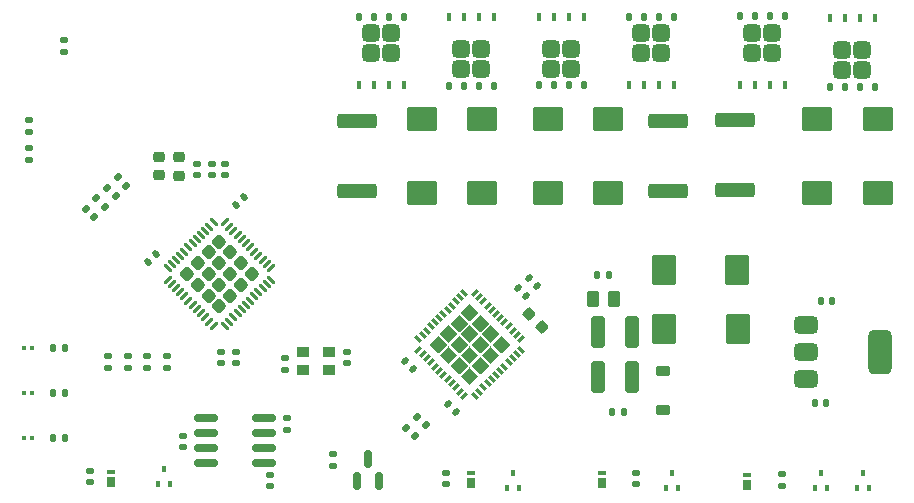
<source format=gbr>
%TF.GenerationSoftware,KiCad,Pcbnew,9.0.2*%
%TF.CreationDate,2025-08-28T15:12:57+09:00*%
%TF.ProjectId,BLDC_Contr,424c4443-5f43-46f6-9e74-722e6b696361,rev?*%
%TF.SameCoordinates,Original*%
%TF.FileFunction,Paste,Top*%
%TF.FilePolarity,Positive*%
%FSLAX46Y46*%
G04 Gerber Fmt 4.6, Leading zero omitted, Abs format (unit mm)*
G04 Created by KiCad (PCBNEW 9.0.2) date 2025-08-28 15:12:57*
%MOMM*%
%LPD*%
G01*
G04 APERTURE LIST*
G04 Aperture macros list*
%AMRoundRect*
0 Rectangle with rounded corners*
0 $1 Rounding radius*
0 $2 $3 $4 $5 $6 $7 $8 $9 X,Y pos of 4 corners*
0 Add a 4 corners polygon primitive as box body*
4,1,4,$2,$3,$4,$5,$6,$7,$8,$9,$2,$3,0*
0 Add four circle primitives for the rounded corners*
1,1,$1+$1,$2,$3*
1,1,$1+$1,$4,$5*
1,1,$1+$1,$6,$7*
1,1,$1+$1,$8,$9*
0 Add four rect primitives between the rounded corners*
20,1,$1+$1,$2,$3,$4,$5,0*
20,1,$1+$1,$4,$5,$6,$7,0*
20,1,$1+$1,$6,$7,$8,$9,0*
20,1,$1+$1,$8,$9,$2,$3,0*%
%AMRotRect*
0 Rectangle, with rotation*
0 The origin of the aperture is its center*
0 $1 length*
0 $2 width*
0 $3 Rotation angle, in degrees counterclockwise*
0 Add horizontal line*
21,1,$1,$2,0,0,$3*%
G04 Aperture macros list end*
%ADD10C,0.000000*%
%ADD11RoundRect,0.140000X0.170000X-0.140000X0.170000X0.140000X-0.170000X0.140000X-0.170000X-0.140000X0*%
%ADD12RoundRect,0.135000X-0.135000X-0.185000X0.135000X-0.185000X0.135000X0.185000X-0.135000X0.185000X0*%
%ADD13RoundRect,0.140000X-0.170000X0.140000X-0.170000X-0.140000X0.170000X-0.140000X0.170000X0.140000X0*%
%ADD14RoundRect,0.135000X0.226274X0.035355X0.035355X0.226274X-0.226274X-0.035355X-0.035355X-0.226274X0*%
%ADD15R,1.000000X0.900000*%
%ADD16RoundRect,0.135000X-0.226274X-0.035355X-0.035355X-0.226274X0.226274X0.035355X0.035355X0.226274X0*%
%ADD17RoundRect,0.135000X-0.185000X0.135000X-0.185000X-0.135000X0.185000X-0.135000X0.185000X0.135000X0*%
%ADD18RotRect,0.249999X0.599999X315.000000*%
%ADD19RotRect,0.249999X0.599999X225.000000*%
%ADD20RoundRect,0.375000X0.375000X-0.375000X0.375000X0.375000X-0.375000X0.375000X-0.375000X-0.375000X0*%
%ADD21RoundRect,0.125000X0.125000X-0.250000X0.125000X0.250000X-0.125000X0.250000X-0.125000X-0.250000X0*%
%ADD22RoundRect,0.100000X0.100000X-0.275000X0.100000X0.275000X-0.100000X0.275000X-0.100000X-0.275000X0*%
%ADD23RoundRect,0.100000X-0.100000X0.155000X-0.100000X-0.155000X0.100000X-0.155000X0.100000X0.155000X0*%
%ADD24RoundRect,0.250000X-0.262500X-0.450000X0.262500X-0.450000X0.262500X0.450000X-0.262500X0.450000X0*%
%ADD25RoundRect,0.140000X-0.140000X-0.170000X0.140000X-0.170000X0.140000X0.170000X-0.140000X0.170000X0*%
%ADD26RoundRect,0.140000X0.140000X0.170000X-0.140000X0.170000X-0.140000X-0.170000X0.140000X-0.170000X0*%
%ADD27RoundRect,0.140000X0.219203X0.021213X0.021213X0.219203X-0.219203X-0.021213X-0.021213X-0.219203X0*%
%ADD28RoundRect,0.225000X0.250000X-0.225000X0.250000X0.225000X-0.250000X0.225000X-0.250000X-0.225000X0*%
%ADD29RoundRect,0.250000X-1.425000X0.362500X-1.425000X-0.362500X1.425000X-0.362500X1.425000X0.362500X0*%
%ADD30RoundRect,0.075000X0.275000X-0.390000X0.275000X0.390000X-0.275000X0.390000X-0.275000X-0.390000X0*%
%ADD31RoundRect,0.075000X0.275000X-0.075000X0.275000X0.075000X-0.275000X0.075000X-0.275000X-0.075000X0*%
%ADD32RoundRect,0.250000X-1.045000X0.785000X-1.045000X-0.785000X1.045000X-0.785000X1.045000X0.785000X0*%
%ADD33RoundRect,0.250000X0.785000X1.045000X-0.785000X1.045000X-0.785000X-1.045000X0.785000X-1.045000X0*%
%ADD34RoundRect,0.375000X-0.375000X0.375000X-0.375000X-0.375000X0.375000X-0.375000X0.375000X0.375000X0*%
%ADD35RoundRect,0.125000X-0.125000X0.250000X-0.125000X-0.250000X0.125000X-0.250000X0.125000X0.250000X0*%
%ADD36RoundRect,0.100000X-0.100000X0.275000X-0.100000X-0.275000X0.100000X-0.275000X0.100000X0.275000X0*%
%ADD37RoundRect,0.225000X-0.335876X-0.017678X-0.017678X-0.335876X0.335876X0.017678X0.017678X0.335876X0*%
%ADD38RoundRect,0.140000X0.021213X-0.219203X0.219203X-0.021213X-0.021213X0.219203X-0.219203X0.021213X0*%
%ADD39RoundRect,0.079500X0.079500X0.100500X-0.079500X0.100500X-0.079500X-0.100500X0.079500X-0.100500X0*%
%ADD40RoundRect,0.140000X-0.021213X0.219203X-0.219203X0.021213X0.021213X-0.219203X0.219203X-0.021213X0*%
%ADD41RoundRect,0.250000X-0.325000X-1.100000X0.325000X-1.100000X0.325000X1.100000X-0.325000X1.100000X0*%
%ADD42RoundRect,0.375000X-0.625000X-0.375000X0.625000X-0.375000X0.625000X0.375000X-0.625000X0.375000X0*%
%ADD43RoundRect,0.500000X-0.500000X-1.400000X0.500000X-1.400000X0.500000X1.400000X-0.500000X1.400000X0*%
%ADD44RoundRect,0.225000X0.375000X-0.225000X0.375000X0.225000X-0.375000X0.225000X-0.375000X-0.225000X0*%
%ADD45RoundRect,0.135000X0.135000X0.185000X-0.135000X0.185000X-0.135000X-0.185000X0.135000X-0.185000X0*%
%ADD46RoundRect,0.218750X-0.256250X0.218750X-0.256250X-0.218750X0.256250X-0.218750X0.256250X0.218750X0*%
%ADD47RoundRect,0.250000X0.353553X0.000000X0.000000X0.353553X-0.353553X0.000000X0.000000X-0.353553X0*%
%ADD48RoundRect,0.062500X0.309359X-0.220971X-0.220971X0.309359X-0.309359X0.220971X0.220971X-0.309359X0*%
%ADD49RoundRect,0.062500X0.309359X0.220971X0.220971X0.309359X-0.309359X-0.220971X-0.220971X-0.309359X0*%
%ADD50RoundRect,0.150000X-0.825000X-0.150000X0.825000X-0.150000X0.825000X0.150000X-0.825000X0.150000X0*%
%ADD51RoundRect,0.150000X0.150000X-0.587500X0.150000X0.587500X-0.150000X0.587500X-0.150000X-0.587500X0*%
%ADD52RoundRect,0.140000X-0.219203X-0.021213X-0.021213X-0.219203X0.219203X0.021213X0.021213X0.219203X0*%
G04 APERTURE END LIST*
D10*
%TO.C,U2*%
G36*
X127381602Y-62766067D02*
G01*
X127390550Y-62768782D01*
X127398802Y-62773190D01*
X127406027Y-62779123D01*
X128088102Y-63461197D01*
X128094037Y-63468428D01*
X128098445Y-63476675D01*
X128101160Y-63485622D01*
X128102074Y-63494928D01*
X128101159Y-63504235D01*
X128098444Y-63513182D01*
X128094041Y-63521428D01*
X128088104Y-63528655D01*
X127406028Y-64210731D01*
X127398803Y-64216668D01*
X127390561Y-64221076D01*
X127381611Y-64223792D01*
X127372304Y-64224701D01*
X127362992Y-64223787D01*
X127354045Y-64221071D01*
X127345799Y-64216666D01*
X127338569Y-64210736D01*
X126656492Y-63528659D01*
X126650563Y-63521425D01*
X126646157Y-63513182D01*
X126643437Y-63504236D01*
X126642524Y-63494927D01*
X126643441Y-63485617D01*
X126646152Y-63476675D01*
X126650562Y-63468431D01*
X126656493Y-63461199D01*
X127338570Y-62779122D01*
X127345800Y-62773192D01*
X127354046Y-62768777D01*
X127362989Y-62766065D01*
X127372295Y-62765156D01*
X127381602Y-62766067D01*
G37*
G36*
X128272561Y-63657023D02*
G01*
X128281507Y-63659737D01*
X128289753Y-63664140D01*
X128296979Y-63670078D01*
X128979058Y-64352154D01*
X128984992Y-64359382D01*
X128989402Y-64367629D01*
X128992109Y-64376578D01*
X128993031Y-64385878D01*
X128992110Y-64395189D01*
X128989400Y-64404137D01*
X128984990Y-64412383D01*
X128979059Y-64419607D01*
X128296980Y-65101686D01*
X128289751Y-65107620D01*
X128281507Y-65112027D01*
X128272562Y-65114748D01*
X128263250Y-65115655D01*
X128253951Y-65114743D01*
X128245001Y-65112028D01*
X128236754Y-65107618D01*
X128229530Y-65101687D01*
X127547448Y-64419612D01*
X127541518Y-64412385D01*
X127537108Y-64404136D01*
X127534394Y-64395193D01*
X127533474Y-64385885D01*
X127534395Y-64376573D01*
X127537108Y-64367632D01*
X127541515Y-64359387D01*
X127547453Y-64352150D01*
X128229523Y-63670074D01*
X128236753Y-63664144D01*
X128244997Y-63659740D01*
X128253948Y-63657024D01*
X128263253Y-63656107D01*
X128272561Y-63657023D01*
G37*
G36*
X128272560Y-61875115D02*
G01*
X128281507Y-61877829D01*
X128289754Y-61882234D01*
X128296982Y-61888170D01*
X128979058Y-62570249D01*
X128984990Y-62577474D01*
X128989398Y-62585720D01*
X128992114Y-62594666D01*
X128993024Y-62603970D01*
X128992112Y-62613280D01*
X128989400Y-62622227D01*
X128984992Y-62630474D01*
X128979059Y-62637702D01*
X128296978Y-63319775D01*
X128289756Y-63325712D01*
X128281507Y-63330119D01*
X128272560Y-63332833D01*
X128263253Y-63333749D01*
X128253950Y-63332832D01*
X128244997Y-63330118D01*
X128236752Y-63325706D01*
X128229522Y-63319780D01*
X127547452Y-62637698D01*
X127541516Y-62630478D01*
X127537103Y-62622230D01*
X127534399Y-62613284D01*
X127533480Y-62603976D01*
X127534392Y-62594670D01*
X127537109Y-62585719D01*
X127541518Y-62577473D01*
X127547448Y-62570245D01*
X128229522Y-61888169D01*
X128236753Y-61882236D01*
X128245000Y-61877829D01*
X128253944Y-61875117D01*
X128263250Y-61874202D01*
X128272560Y-61875115D01*
G37*
G36*
X129163516Y-60984162D02*
G01*
X129172457Y-60986875D01*
X129180702Y-60991282D01*
X129187939Y-60997220D01*
X129870015Y-61679290D01*
X129875945Y-61686520D01*
X129880349Y-61694764D01*
X129883065Y-61703715D01*
X129883982Y-61713020D01*
X129883066Y-61722328D01*
X129880352Y-61731274D01*
X129875949Y-61739520D01*
X129870011Y-61746746D01*
X129187935Y-62428825D01*
X129180707Y-62434759D01*
X129172460Y-62439169D01*
X129163511Y-62441876D01*
X129154211Y-62442798D01*
X129144900Y-62441877D01*
X129135952Y-62439167D01*
X129127706Y-62434757D01*
X129120482Y-62428826D01*
X128438403Y-61746747D01*
X128432469Y-61739518D01*
X128428062Y-61731274D01*
X128425341Y-61722329D01*
X128424434Y-61713017D01*
X128425346Y-61703718D01*
X128428061Y-61694768D01*
X128432471Y-61686521D01*
X128438402Y-61679297D01*
X129120477Y-60997215D01*
X129127704Y-60991285D01*
X129135953Y-60986875D01*
X129144896Y-60984161D01*
X129154204Y-60983241D01*
X129163516Y-60984162D01*
G37*
G36*
X129163513Y-64547977D02*
G01*
X129172460Y-64550689D01*
X129180707Y-64555097D01*
X129187935Y-64561030D01*
X129870008Y-65243111D01*
X129875945Y-65250333D01*
X129880352Y-65258582D01*
X129883066Y-65267529D01*
X129883982Y-65276836D01*
X129883065Y-65286139D01*
X129880351Y-65295092D01*
X129875939Y-65303337D01*
X129870013Y-65310567D01*
X129187931Y-65992637D01*
X129180711Y-65998573D01*
X129172463Y-66002986D01*
X129163517Y-66005690D01*
X129154209Y-66006609D01*
X129144903Y-66005697D01*
X129135952Y-66002980D01*
X129127706Y-65998571D01*
X129120478Y-65992641D01*
X128438402Y-65310567D01*
X128432469Y-65303336D01*
X128428062Y-65295089D01*
X128425350Y-65286145D01*
X128424435Y-65276839D01*
X128425348Y-65267529D01*
X128428062Y-65258582D01*
X128432467Y-65250335D01*
X128438403Y-65243107D01*
X129120482Y-64561031D01*
X129127707Y-64555099D01*
X129135953Y-64550691D01*
X129144899Y-64547975D01*
X129154203Y-64547065D01*
X129163513Y-64547977D01*
G37*
G36*
X129163517Y-62766066D02*
G01*
X129172463Y-62768779D01*
X129180707Y-62773190D01*
X129187937Y-62779124D01*
X129870013Y-63461197D01*
X129875946Y-63468427D01*
X129880357Y-63476679D01*
X129883071Y-63485617D01*
X129883986Y-63494928D01*
X129883065Y-63504236D01*
X129880354Y-63513181D01*
X129875946Y-63521429D01*
X129870009Y-63528663D01*
X129187936Y-64210731D01*
X129180710Y-64216666D01*
X129172462Y-64221074D01*
X129163513Y-64223790D01*
X129154205Y-64224707D01*
X129144900Y-64223783D01*
X129135954Y-64221072D01*
X129127708Y-64216665D01*
X129120483Y-64210732D01*
X128438402Y-63528664D01*
X128432469Y-63521434D01*
X128428062Y-63513181D01*
X128425349Y-63504238D01*
X128424433Y-63494928D01*
X128425349Y-63485618D01*
X128428062Y-63476674D01*
X128432475Y-63468431D01*
X128438402Y-63461200D01*
X129120478Y-62779122D01*
X129127708Y-62773190D01*
X129135953Y-62768782D01*
X129144900Y-62766073D01*
X129154206Y-62765149D01*
X129163517Y-62766066D01*
G37*
G36*
X130054471Y-61875116D02*
G01*
X130063415Y-61877829D01*
X130071658Y-61882242D01*
X130078889Y-61888169D01*
X130760967Y-62570245D01*
X130766899Y-62577475D01*
X130771307Y-62585720D01*
X130774016Y-62594667D01*
X130774940Y-62603973D01*
X130774023Y-62613284D01*
X130771310Y-62622230D01*
X130766899Y-62630474D01*
X130760965Y-62637704D01*
X130078892Y-63319780D01*
X130071662Y-63325713D01*
X130063410Y-63330124D01*
X130054472Y-63332838D01*
X130045161Y-63333753D01*
X130035853Y-63332832D01*
X130026908Y-63330121D01*
X130018660Y-63325713D01*
X130011426Y-63319776D01*
X129329358Y-62637703D01*
X129323423Y-62630477D01*
X129319015Y-62622229D01*
X129316299Y-62613280D01*
X129315382Y-62603972D01*
X129316306Y-62594667D01*
X129319017Y-62585721D01*
X129323424Y-62577475D01*
X129329357Y-62570250D01*
X130011425Y-61888169D01*
X130018655Y-61882236D01*
X130026908Y-61877829D01*
X130035851Y-61875116D01*
X130045161Y-61874200D01*
X130054471Y-61875116D01*
G37*
G36*
X130054472Y-60093208D02*
G01*
X130063414Y-60095919D01*
X130071658Y-60100329D01*
X130078890Y-60106260D01*
X130760967Y-60788337D01*
X130766897Y-60795567D01*
X130771312Y-60803813D01*
X130774024Y-60812756D01*
X130774933Y-60822062D01*
X130774022Y-60831369D01*
X130771307Y-60840317D01*
X130766899Y-60848569D01*
X130760966Y-60855794D01*
X130078892Y-61537869D01*
X130071661Y-61543804D01*
X130063414Y-61548212D01*
X130054467Y-61550927D01*
X130045161Y-61551841D01*
X130035854Y-61550926D01*
X130026907Y-61548211D01*
X130018661Y-61543808D01*
X130011434Y-61537871D01*
X129329358Y-60855795D01*
X129323421Y-60848570D01*
X129319013Y-60840328D01*
X129316297Y-60831378D01*
X129315388Y-60822071D01*
X129316302Y-60812759D01*
X129319018Y-60803812D01*
X129323423Y-60795566D01*
X129329353Y-60788336D01*
X130011430Y-60106259D01*
X130018664Y-60100330D01*
X130026907Y-60095924D01*
X130035853Y-60093204D01*
X130045162Y-60092291D01*
X130054472Y-60093208D01*
G37*
G36*
X130054468Y-65438930D02*
G01*
X130063415Y-65441645D01*
X130071661Y-65446048D01*
X130078888Y-65451985D01*
X130760964Y-66134061D01*
X130766901Y-66141286D01*
X130771309Y-66149528D01*
X130774025Y-66158478D01*
X130774934Y-66167785D01*
X130774020Y-66177097D01*
X130771304Y-66186044D01*
X130766899Y-66194290D01*
X130760969Y-66201520D01*
X130078892Y-66883597D01*
X130071658Y-66889526D01*
X130063415Y-66893932D01*
X130054469Y-66896652D01*
X130045160Y-66897565D01*
X130035850Y-66896648D01*
X130026908Y-66893937D01*
X130018664Y-66889527D01*
X130011432Y-66883596D01*
X129329355Y-66201519D01*
X129323425Y-66194289D01*
X129319010Y-66186043D01*
X129316298Y-66177100D01*
X129315389Y-66167794D01*
X129316300Y-66158487D01*
X129319015Y-66149539D01*
X129323423Y-66141287D01*
X129329356Y-66134062D01*
X130011430Y-65451987D01*
X130018661Y-65446052D01*
X130026908Y-65441644D01*
X130035855Y-65438929D01*
X130045161Y-65438015D01*
X130054468Y-65438930D01*
G37*
G36*
X130054469Y-63657024D02*
G01*
X130063414Y-63659735D01*
X130071662Y-63664143D01*
X130078896Y-63670080D01*
X130760964Y-64352153D01*
X130766899Y-64359379D01*
X130771307Y-64367627D01*
X130774023Y-64376576D01*
X130774940Y-64385884D01*
X130774016Y-64395189D01*
X130771305Y-64404135D01*
X130766898Y-64412381D01*
X130760965Y-64419606D01*
X130078897Y-65101687D01*
X130071667Y-65107620D01*
X130063414Y-65112027D01*
X130054471Y-65114740D01*
X130045161Y-65115656D01*
X130035851Y-65114740D01*
X130026907Y-65112027D01*
X130018664Y-65107614D01*
X130011433Y-65101687D01*
X129329355Y-64419611D01*
X129323423Y-64412381D01*
X129319015Y-64404136D01*
X129316306Y-64395189D01*
X129315382Y-64385883D01*
X129316299Y-64376572D01*
X129319012Y-64367626D01*
X129323423Y-64359382D01*
X129329357Y-64352152D01*
X130011430Y-63670076D01*
X130018660Y-63664143D01*
X130026912Y-63659732D01*
X130035850Y-63657018D01*
X130045161Y-63656103D01*
X130054469Y-63657024D01*
G37*
G36*
X130945422Y-62766073D02*
G01*
X130954368Y-62768784D01*
X130962614Y-62773191D01*
X130969839Y-62779124D01*
X131651920Y-63461192D01*
X131657853Y-63468422D01*
X131662260Y-63476675D01*
X131664973Y-63485618D01*
X131665889Y-63494928D01*
X131664973Y-63504238D01*
X131662260Y-63513182D01*
X131657847Y-63521425D01*
X131651920Y-63528656D01*
X130969844Y-64210734D01*
X130962614Y-64216666D01*
X130954369Y-64221074D01*
X130945422Y-64223783D01*
X130936116Y-64224707D01*
X130926805Y-64223790D01*
X130917859Y-64221077D01*
X130909615Y-64216666D01*
X130902385Y-64210732D01*
X130220309Y-63528659D01*
X130214376Y-63521429D01*
X130209965Y-63513177D01*
X130207251Y-63504239D01*
X130206336Y-63494928D01*
X130207257Y-63485620D01*
X130209968Y-63476675D01*
X130214376Y-63468427D01*
X130220313Y-63461193D01*
X130902386Y-62779125D01*
X130909612Y-62773190D01*
X130917860Y-62768782D01*
X130926809Y-62766066D01*
X130936117Y-62765149D01*
X130945422Y-62766073D01*
G37*
G36*
X130945419Y-60984159D02*
G01*
X130954370Y-60986876D01*
X130962616Y-60991285D01*
X130969844Y-60997215D01*
X131651920Y-61679289D01*
X131657853Y-61686520D01*
X131662260Y-61694767D01*
X131664972Y-61703711D01*
X131665887Y-61713017D01*
X131664974Y-61722327D01*
X131662260Y-61731274D01*
X131657855Y-61739521D01*
X131651919Y-61746749D01*
X130969840Y-62428825D01*
X130962615Y-62434757D01*
X130954369Y-62439165D01*
X130945423Y-62441881D01*
X130936119Y-62442791D01*
X130926809Y-62441879D01*
X130917862Y-62439167D01*
X130909615Y-62434759D01*
X130902387Y-62428826D01*
X130220314Y-61746745D01*
X130214377Y-61739523D01*
X130209970Y-61731274D01*
X130207256Y-61722327D01*
X130206340Y-61713020D01*
X130207257Y-61703717D01*
X130209971Y-61694764D01*
X130214383Y-61686519D01*
X130220309Y-61679289D01*
X130902391Y-60997219D01*
X130909611Y-60991283D01*
X130917859Y-60986870D01*
X130926805Y-60984166D01*
X130936113Y-60983247D01*
X130945419Y-60984159D01*
G37*
G36*
X130945422Y-64547979D02*
G01*
X130954370Y-64550689D01*
X130962616Y-64555099D01*
X130969840Y-64561030D01*
X131651919Y-65243109D01*
X131657853Y-65250338D01*
X131662260Y-65258582D01*
X131664981Y-65267527D01*
X131665888Y-65276839D01*
X131664976Y-65286138D01*
X131662261Y-65295088D01*
X131657851Y-65303335D01*
X131651920Y-65310559D01*
X130969845Y-65992641D01*
X130962618Y-65998571D01*
X130954369Y-66002981D01*
X130945426Y-66005695D01*
X130936118Y-66006615D01*
X130926806Y-66005694D01*
X130917865Y-66002981D01*
X130909620Y-65998574D01*
X130902383Y-65992636D01*
X130220307Y-65310566D01*
X130214377Y-65303336D01*
X130209973Y-65295092D01*
X130207257Y-65286141D01*
X130206340Y-65276836D01*
X130207256Y-65267528D01*
X130209970Y-65258582D01*
X130214373Y-65250336D01*
X130220311Y-65243110D01*
X130902387Y-64561031D01*
X130909615Y-64555097D01*
X130917862Y-64550687D01*
X130926811Y-64547980D01*
X130936111Y-64547058D01*
X130945422Y-64547979D01*
G37*
G36*
X131836372Y-63657024D02*
G01*
X131845325Y-63659738D01*
X131853570Y-63664150D01*
X131860800Y-63670076D01*
X132542870Y-64352158D01*
X132548806Y-64359378D01*
X132553219Y-64367626D01*
X132555923Y-64376572D01*
X132556842Y-64385880D01*
X132555930Y-64395186D01*
X132553213Y-64404137D01*
X132548804Y-64412383D01*
X132542874Y-64419611D01*
X131860800Y-65101687D01*
X131853569Y-65107620D01*
X131845322Y-65112027D01*
X131836378Y-65114739D01*
X131827072Y-65115654D01*
X131817762Y-65114741D01*
X131808815Y-65112027D01*
X131800568Y-65107622D01*
X131793340Y-65101686D01*
X131111264Y-64419607D01*
X131105332Y-64412382D01*
X131100924Y-64404136D01*
X131098208Y-64395190D01*
X131097298Y-64385886D01*
X131098210Y-64376576D01*
X131100922Y-64367629D01*
X131105330Y-64359382D01*
X131111263Y-64352154D01*
X131793344Y-63670081D01*
X131800566Y-63664144D01*
X131808815Y-63659737D01*
X131817762Y-63657023D01*
X131827069Y-63656107D01*
X131836372Y-63657024D01*
G37*
G36*
X131836371Y-61875113D02*
G01*
X131845321Y-61877828D01*
X131853568Y-61882238D01*
X131860792Y-61888169D01*
X132542874Y-62570244D01*
X132548804Y-62577471D01*
X132553214Y-62585720D01*
X132555928Y-62594663D01*
X132556848Y-62603971D01*
X132555927Y-62613283D01*
X132553214Y-62622224D01*
X132548807Y-62630469D01*
X132542869Y-62637706D01*
X131860799Y-63319782D01*
X131853569Y-63325712D01*
X131845325Y-63330116D01*
X131836374Y-63332832D01*
X131827069Y-63333749D01*
X131817761Y-63332833D01*
X131808815Y-63330119D01*
X131800569Y-63325716D01*
X131793343Y-63319778D01*
X131111264Y-62637702D01*
X131105330Y-62630474D01*
X131100920Y-62622227D01*
X131098213Y-62613278D01*
X131097291Y-62603978D01*
X131098212Y-62594667D01*
X131100922Y-62585719D01*
X131105332Y-62577473D01*
X131111263Y-62570249D01*
X131793342Y-61888170D01*
X131800571Y-61882236D01*
X131808815Y-61877829D01*
X131817760Y-61875108D01*
X131827072Y-61874201D01*
X131836371Y-61875113D01*
G37*
G36*
X132727330Y-62766069D02*
G01*
X132736277Y-62768785D01*
X132744523Y-62773190D01*
X132751753Y-62779120D01*
X133433830Y-63461197D01*
X133439759Y-63468431D01*
X133444165Y-63476674D01*
X133446885Y-63485620D01*
X133447798Y-63494929D01*
X133446881Y-63504239D01*
X133444170Y-63513181D01*
X133439760Y-63521425D01*
X133433829Y-63528657D01*
X132751752Y-64210734D01*
X132744522Y-64216664D01*
X132736276Y-64221079D01*
X132727333Y-64223791D01*
X132718027Y-64224700D01*
X132708720Y-64223789D01*
X132699772Y-64221074D01*
X132691520Y-64216666D01*
X132684295Y-64210733D01*
X132002220Y-63528659D01*
X131996285Y-63521428D01*
X131991877Y-63513181D01*
X131989162Y-63504234D01*
X131988248Y-63494928D01*
X131989163Y-63485621D01*
X131991878Y-63476674D01*
X131996281Y-63468428D01*
X132002218Y-63461201D01*
X132684294Y-62779125D01*
X132691519Y-62773188D01*
X132699761Y-62768780D01*
X132708711Y-62766064D01*
X132718018Y-62765155D01*
X132727330Y-62766069D01*
G37*
%TD*%
D11*
%TO.C,C12*%
X114427184Y-65632905D03*
X114427184Y-64672905D03*
%TD*%
D12*
%TO.C,R4*%
X94783185Y-67565904D03*
X95803183Y-67565904D03*
%TD*%
D13*
%TO.C,C1*%
X110236183Y-64136904D03*
X110236183Y-65096904D03*
%TD*%
D14*
%TO.C,R15*%
X99169132Y-51835957D03*
X98447884Y-51114709D03*
%TD*%
D15*
%TO.C,Y1*%
X115941184Y-65686904D03*
X118091184Y-65686904D03*
X118091184Y-64136904D03*
X115941184Y-64136904D03*
%TD*%
D16*
%TO.C,R13*%
X100243936Y-49318656D03*
X100965184Y-50039904D03*
%TD*%
D17*
%TO.C,R1*%
X92753184Y-44451905D03*
X92753184Y-45471903D03*
%TD*%
D18*
%TO.C,U2*%
X134393868Y-63035309D03*
X134040317Y-62681754D03*
X133686765Y-62328209D03*
X133333210Y-61974645D03*
X132979656Y-61621100D03*
X132626101Y-61267541D03*
X132272549Y-60913987D03*
X131918997Y-60560435D03*
X131565439Y-60206883D03*
X131211889Y-59853332D03*
X130858334Y-59499773D03*
X130504781Y-59146219D03*
D19*
X129585542Y-59146221D03*
X129231987Y-59499772D03*
X128878442Y-59853324D03*
X128524878Y-60206879D03*
X128171333Y-60560433D03*
X127817774Y-60913988D03*
X127464220Y-61267540D03*
X127110668Y-61621092D03*
X126757116Y-61974650D03*
X126403565Y-62328200D03*
X126050006Y-62681755D03*
X125696452Y-63035308D03*
D18*
X125696454Y-63954547D03*
X126050005Y-64308102D03*
X126403565Y-64661654D03*
X126757112Y-65015211D03*
X127110669Y-65368766D03*
X127464221Y-65722315D03*
X127817773Y-66075869D03*
X128171330Y-66429420D03*
X128524883Y-66782973D03*
X128878436Y-67136530D03*
X129231988Y-67490083D03*
X129585541Y-67843637D03*
D19*
X130504780Y-67843635D03*
X130858335Y-67490084D03*
X131211887Y-67136524D03*
X131565444Y-66782977D03*
X131918999Y-66429420D03*
X132272548Y-66075868D03*
X132626102Y-65722316D03*
X132979653Y-65368759D03*
X133333206Y-65015206D03*
X133686763Y-64661653D03*
X134040316Y-64308101D03*
X134393870Y-63954548D03*
%TD*%
D20*
%TO.C,Q5*%
X121695182Y-38856062D03*
X123395181Y-38856060D03*
X121695182Y-37156058D03*
X123395184Y-37156058D03*
D21*
X124450184Y-35751061D03*
X120640184Y-35751058D03*
X121910183Y-35751058D03*
X123180183Y-35751058D03*
D22*
X120640186Y-41556057D03*
X121910185Y-41556059D03*
X123180183Y-41556060D03*
X124450183Y-41556061D03*
%TD*%
D23*
%TO.C,D12*%
X103683186Y-75332903D03*
X104683186Y-75332903D03*
X104183186Y-74042904D03*
%TD*%
D11*
%TO.C,C25*%
X144094685Y-75312905D03*
X144094685Y-74352905D03*
%TD*%
%TO.C,C7*%
X108204184Y-49150904D03*
X108204184Y-48190904D03*
%TD*%
D24*
%TO.C,R9*%
X140458184Y-59653671D03*
X142283184Y-59653671D03*
%TD*%
D25*
%TO.C,C20*%
X142118184Y-69216904D03*
X143078184Y-69216904D03*
%TD*%
D26*
%TO.C,C10*%
X160754184Y-59818904D03*
X159794184Y-59818904D03*
%TD*%
D27*
%TO.C,C14*%
X134832595Y-59396315D03*
X134153773Y-58717493D03*
%TD*%
D11*
%TO.C,C27*%
X105791184Y-72199904D03*
X105791184Y-71239904D03*
%TD*%
D28*
%TO.C,C6*%
X103759184Y-49189907D03*
X103759184Y-47639907D03*
%TD*%
D13*
%TO.C,C4*%
X108956184Y-64136904D03*
X108956184Y-65096904D03*
%TD*%
D29*
%TO.C,R11*%
X146802184Y-44563558D03*
X146802184Y-50488558D03*
%TD*%
D30*
%TO.C,D6*%
X153531183Y-75392904D03*
D31*
X153531183Y-74507905D03*
%TD*%
D16*
%TO.C,R16*%
X97549857Y-52012735D03*
X98271105Y-52733983D03*
%TD*%
D32*
%TO.C,C35*%
X164582184Y-44426058D03*
X164582184Y-50666058D03*
%TD*%
D33*
%TO.C,C21*%
X152735451Y-62213137D03*
X146495451Y-62213137D03*
%TD*%
D34*
%TO.C,Q6*%
X131015185Y-38482904D03*
X129315185Y-38482905D03*
X129315182Y-40182907D03*
X131015185Y-40182909D03*
D35*
X128260182Y-41587904D03*
X132070182Y-41587907D03*
X130800183Y-41587907D03*
X129530183Y-41587907D03*
D36*
X132070180Y-35782908D03*
X130800183Y-35782906D03*
X129530184Y-35782907D03*
X128260183Y-35782904D03*
%TD*%
D37*
%TO.C,C16*%
X135088175Y-60880307D03*
X136184191Y-61976323D03*
%TD*%
D13*
%TO.C,C11*%
X119634184Y-64136904D03*
X119634184Y-65096904D03*
%TD*%
D38*
%TO.C,C3*%
X110277773Y-51690904D03*
X110956595Y-51012082D03*
%TD*%
D12*
%TO.C,R5*%
X94783185Y-71375904D03*
X95803183Y-71375904D03*
%TD*%
D39*
%TO.C,D2*%
X92971184Y-67565904D03*
X92281184Y-67565904D03*
%TD*%
D30*
%TO.C,D8*%
X141224184Y-75257904D03*
D31*
X141224184Y-74372905D03*
%TD*%
D32*
%TO.C,C30*%
X126023185Y-44426058D03*
X126023185Y-50666058D03*
%TD*%
D29*
%TO.C,R12*%
X120513184Y-44537405D03*
X120513184Y-50462405D03*
%TD*%
D40*
%TO.C,C2*%
X103453595Y-55796493D03*
X102774773Y-56475315D03*
%TD*%
D23*
%TO.C,D4*%
X162865184Y-75631402D03*
X163865184Y-75631402D03*
X163365184Y-74341403D03*
%TD*%
D39*
%TO.C,D1*%
X92971184Y-63755902D03*
X92281184Y-63755902D03*
%TD*%
D14*
%TO.C,R6*%
X125392212Y-71265934D03*
X124670964Y-70544686D03*
%TD*%
D11*
%TO.C,C24*%
X156464183Y-75439904D03*
X156464183Y-74479904D03*
%TD*%
D12*
%TO.C,R3*%
X94783184Y-63755904D03*
X95803182Y-63755904D03*
%TD*%
D32*
%TO.C,C34*%
X159453182Y-44426058D03*
X159453182Y-50666058D03*
%TD*%
D27*
%TO.C,C13*%
X128905184Y-69175315D03*
X128226362Y-68496493D03*
%TD*%
D41*
%TO.C,C19*%
X140871682Y-66267905D03*
X143821684Y-66267905D03*
%TD*%
D17*
%TO.C,R22*%
X104384184Y-64451906D03*
X104384184Y-65471904D03*
%TD*%
D27*
%TO.C,C15*%
X135721595Y-58507315D03*
X135042773Y-57828493D03*
%TD*%
D13*
%TO.C,C28*%
X113157183Y-74550904D03*
X113157183Y-75510904D03*
%TD*%
D11*
%TO.C,C29*%
X97927182Y-75157904D03*
X97927182Y-74197904D03*
%TD*%
D30*
%TO.C,D10*%
X130175183Y-75257904D03*
D31*
X130175183Y-74372905D03*
%TD*%
D32*
%TO.C,C31*%
X131103185Y-44426057D03*
X131103185Y-50666057D03*
%TD*%
D17*
%TO.C,R17*%
X99431183Y-64451906D03*
X99431183Y-65471904D03*
%TD*%
D30*
%TO.C,D13*%
X99695183Y-75181903D03*
D31*
X99695183Y-74296904D03*
%TD*%
D20*
%TO.C,Q1*%
X153953183Y-38830905D03*
X155653182Y-38830903D03*
X153953183Y-37130901D03*
X155653185Y-37130901D03*
D21*
X156708185Y-35725904D03*
X152898185Y-35725901D03*
X154168184Y-35725901D03*
X155438184Y-35725901D03*
D22*
X152898187Y-41530900D03*
X154168186Y-41530902D03*
X155438184Y-41530903D03*
X156708184Y-41530904D03*
%TD*%
D42*
%TO.C,U3*%
X158500684Y-61836904D03*
X158500685Y-64136904D03*
D43*
X164800683Y-64136904D03*
D42*
X158500684Y-66436904D03*
%TD*%
D23*
%TO.C,D9*%
X133223183Y-75635404D03*
X134223183Y-75635404D03*
X133723183Y-74345405D03*
%TD*%
D33*
%TO.C,C22*%
X152716184Y-57151904D03*
X146476184Y-57151904D03*
%TD*%
D11*
%TO.C,C26*%
X128016183Y-75312905D03*
X128016183Y-74352905D03*
%TD*%
D14*
%TO.C,R14*%
X100067158Y-50937932D03*
X99345910Y-50216684D03*
%TD*%
D17*
%TO.C,R2*%
X92753184Y-46864905D03*
X92753184Y-47884903D03*
%TD*%
D32*
%TO.C,C32*%
X136642184Y-44426058D03*
X136642184Y-50666058D03*
%TD*%
D34*
%TO.C,Q2*%
X163273189Y-38552899D03*
X161573189Y-38552902D03*
X161573186Y-40252904D03*
X163273189Y-40252906D03*
D35*
X160518186Y-41657901D03*
X164328186Y-41657904D03*
X163058187Y-41657904D03*
X161788187Y-41657904D03*
D36*
X164328184Y-35852905D03*
X163058186Y-35852901D03*
X161788190Y-35852902D03*
X160518187Y-35852901D03*
%TD*%
D41*
%TO.C,C18*%
X140871682Y-62457905D03*
X143821684Y-62457905D03*
%TD*%
D34*
%TO.C,Q4*%
X136935185Y-38456055D03*
X138635184Y-38456058D03*
X138635185Y-40156059D03*
X136935183Y-40156059D03*
D35*
X135880182Y-41561054D03*
X139690182Y-41561057D03*
X138420183Y-41561057D03*
X137150183Y-41561057D03*
D36*
X139690181Y-35756058D03*
X138420182Y-35756054D03*
X137150186Y-35756055D03*
X135880183Y-35756054D03*
%TD*%
D17*
%TO.C,R19*%
X114554184Y-69685905D03*
X114554184Y-70705903D03*
%TD*%
D44*
%TO.C,D19*%
X146410683Y-69061904D03*
X146410683Y-65761904D03*
%TD*%
D11*
%TO.C,C5*%
X106934184Y-49150905D03*
X106934184Y-48190905D03*
%TD*%
D17*
%TO.C,R21*%
X102733184Y-64451906D03*
X102733184Y-65471904D03*
%TD*%
D45*
%TO.C,R8*%
X141880683Y-57621671D03*
X140860685Y-57621671D03*
%TD*%
D29*
%TO.C,R10*%
X152517183Y-44512004D03*
X152517183Y-50437004D03*
%TD*%
D46*
%TO.C,FB1*%
X105410184Y-47627406D03*
X105410184Y-49202408D03*
%TD*%
D17*
%TO.C,R20*%
X118491183Y-72772904D03*
X118491183Y-73792902D03*
%TD*%
D47*
%TO.C,U1*%
X110668403Y-58445074D03*
X108844069Y-60269407D03*
X111580569Y-57532905D03*
X109756232Y-59357233D03*
X108844069Y-58445073D03*
X107931900Y-59357241D03*
X109756235Y-57532905D03*
X110668395Y-56620742D03*
X107019741Y-58445070D03*
X107931901Y-57532907D03*
X109756236Y-55708571D03*
X108844067Y-56620739D03*
X107931904Y-55708579D03*
X106107567Y-57532907D03*
X108844067Y-54796405D03*
X107019733Y-56620738D03*
D48*
X109330202Y-61908131D03*
X109683759Y-61554577D03*
X110037310Y-61201023D03*
X110390866Y-60847467D03*
X110744416Y-60493916D03*
X111097971Y-60140372D03*
X111451529Y-59786807D03*
X111805074Y-59433253D03*
X112158628Y-59079699D03*
X112512184Y-58726147D03*
X112865741Y-58372592D03*
X113219291Y-58019042D03*
D49*
X113219293Y-57046772D03*
X112865739Y-56693215D03*
X112512185Y-56339664D03*
X112158629Y-55986108D03*
X111805078Y-55632558D03*
X111451534Y-55279003D03*
X111097969Y-54925445D03*
X110744415Y-54571900D03*
X110390861Y-54218346D03*
X110037309Y-53864790D03*
X109683754Y-53511233D03*
X109330204Y-53157683D03*
D48*
X108357934Y-53157681D03*
X108004377Y-53511235D03*
X107650826Y-53864789D03*
X107297270Y-54218345D03*
X106943720Y-54571896D03*
X106590165Y-54925440D03*
X106236607Y-55279005D03*
X105883062Y-55632559D03*
X105529508Y-55986113D03*
X105175952Y-56339665D03*
X104822395Y-56693220D03*
X104468845Y-57046770D03*
D49*
X104468843Y-58019040D03*
X104822397Y-58372597D03*
X105175951Y-58726148D03*
X105529507Y-59079704D03*
X105883058Y-59433254D03*
X106236602Y-59786809D03*
X106590167Y-60140367D03*
X106943721Y-60493912D03*
X107297275Y-60847466D03*
X107650827Y-61201022D03*
X108004382Y-61554579D03*
X108357932Y-61908129D03*
%TD*%
D11*
%TO.C,C23*%
X95674184Y-38708904D03*
X95674184Y-37748904D03*
%TD*%
D39*
%TO.C,D3*%
X92971184Y-71375903D03*
X92281184Y-71375903D03*
%TD*%
D23*
%TO.C,D5*%
X159309184Y-75631402D03*
X160309184Y-75631402D03*
X159809184Y-74341403D03*
%TD*%
%TO.C,D7*%
X146684683Y-75648903D03*
X147684683Y-75648903D03*
X147184683Y-74358904D03*
%TD*%
D50*
%TO.C,U4*%
X107689183Y-69687904D03*
X107689183Y-70957904D03*
X107689183Y-72227904D03*
X107689183Y-73497904D03*
X112639183Y-73497904D03*
X112639183Y-72227904D03*
X112639183Y-70957904D03*
X112639183Y-69687904D03*
%TD*%
D14*
%TO.C,R7*%
X126315216Y-70342929D03*
X125593968Y-69621681D03*
%TD*%
D51*
%TO.C,D11*%
X120505186Y-75030400D03*
X122405184Y-75030401D03*
X121455184Y-73155407D03*
%TD*%
D11*
%TO.C,C8*%
X109347184Y-49176906D03*
X109347184Y-48216906D03*
%TD*%
D52*
%TO.C,C17*%
X124592931Y-64863063D03*
X125271753Y-65541885D03*
%TD*%
D20*
%TO.C,Q3*%
X144555181Y-38856063D03*
X146255181Y-38856060D03*
X144555182Y-37156058D03*
X146255184Y-37156058D03*
D21*
X147310184Y-35751061D03*
X143500184Y-35751058D03*
X144770183Y-35751058D03*
X146040183Y-35751058D03*
D22*
X143500186Y-41556057D03*
X144770184Y-41556061D03*
X146040180Y-41556060D03*
X147310183Y-41556061D03*
%TD*%
D32*
%TO.C,C33*%
X141722184Y-44426057D03*
X141722184Y-50666057D03*
%TD*%
D17*
%TO.C,R18*%
X101082184Y-64451905D03*
X101082184Y-65471903D03*
%TD*%
D25*
%TO.C,C9*%
X159286184Y-68454905D03*
X160246184Y-68454905D03*
%TD*%
M02*

</source>
